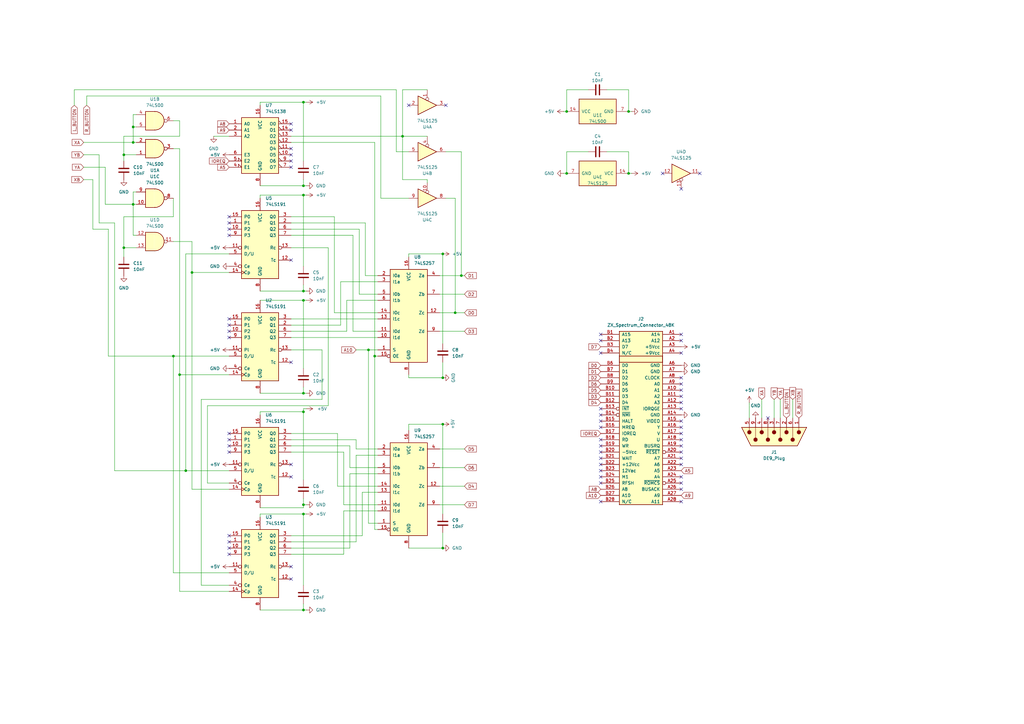
<source format=kicad_sch>
(kicad_sch (version 20231120) (generator "eeschema") (generator_version "8.0")
  (paper "A3")
  (title_block (title "Kempston Mouse Interface") (date "2024-03-07") (rev "V1"))
  (lib_symbols
    (symbol "74xx:74LS00" (pin_names (offset 1.016))
      (property "Reference" "U" (at 0 1.27 0))
      (property "Value" "74LS00" (at 0 -1.27 0))
      (symbol "74LS00_1_1"
        (pin input line (at -7.62 2.54 0) (length 3.81) (name "~") (number "1"))
        (pin input line (at -7.62 -2.54 0) (length 3.81) (name "~") (number "2"))
        (pin output inverted (at 7.62 0 180) (length 3.81) (name "~") (number "3"))
      )
      (symbol "74LS00_1_2"
        (pin input inverted (at -7.62 2.54 0) (length 4.318) (name "~") (number "1"))
        (pin input inverted (at -7.62 -2.54 0) (length 4.318) (name "~") (number "2"))
        (pin output line (at 7.62 0 180) (length 3.81) (name "~") (number "3"))
      )
      (symbol "74LS00_2_1"
        (pin input line (at -7.62 2.54 0) (length 3.81) (name "~") (number "4"))
        (pin input line (at -7.62 -2.54 0) (length 3.81) (name "~") (number "5"))
        (pin output inverted (at 7.62 0 180) (length 3.81) (name "~") (number "6"))
      )
      (symbol "74LS00_2_2"
        (pin input inverted (at -7.62 2.54 0) (length 4.318) (name "~") (number "4"))
        (pin input inverted (at -7.62 -2.54 0) (length 4.318) (name "~") (number "5"))
        (pin output line (at 7.62 0 180) (length 3.81) (name "~") (number "6"))
      )
      (symbol "74LS00_3_1"
        (pin input line (at -7.62 -2.54 0) (length 3.81) (name "~") (number "10"))
        (pin output inverted (at 7.62 0 180) (length 3.81) (name "~") (number "8"))
        (pin input line (at -7.62 2.54 0) (length 3.81) (name "~") (number "9"))
      )
      (symbol "74LS00_3_2"
        (pin input inverted (at -7.62 -2.54 0) (length 4.318) (name "~") (number "10"))
        (pin output line (at 7.62 0 180) (length 3.81) (name "~") (number "8"))
        (pin input inverted (at -7.62 2.54 0) (length 4.318) (name "~") (number "9"))
      )
      (symbol "74LS00_4_1"
        (pin output inverted (at 7.62 0 180) (length 3.81) (name "~") (number "11"))
        (pin input line (at -7.62 2.54 0) (length 3.81) (name "~") (number "12"))
        (pin input line (at -7.62 -2.54 0) (length 3.81) (name "~") (number "13"))
      )
      (symbol "74LS00_4_2"
        (pin output line (at 7.62 0 180) (length 3.81) (name "~") (number "11"))
        (pin input inverted (at -7.62 2.54 0) (length 4.318) (name "~") (number "12"))
        (pin input inverted (at -7.62 -2.54 0) (length 4.318) (name "~") (number "13"))
      )
      (symbol "74LS00_5_0"
        (pin power_in line (at 0 12.7 270) (length 5.08) (name "VCC") (number "14"))
        (pin power_in line (at 0 -12.7 90) (length 5.08) (name "GND") (number "7"))
      )
    )
    (symbol "74xx:74LS125" (pin_names (offset 1.016))
      (property "Reference" "U" (at 0 1.27 0))
      (property "Value" "74LS125" (at 0 -1.27 0))
      (symbol "74LS125_1_0"
        (pin input inverted (at 0 -6.35 90) (length 4.445) (name "~") (number "1"))
        (pin input line (at -7.62 0 0) (length 3.81) (name "~") (number "2"))
        (pin tri_state line (at 7.62 0 180) (length 3.81) (name "~") (number "3"))
      )
      (symbol "74LS125_2_0"
        (pin input inverted (at 0 -6.35 90) (length 4.445) (name "~") (number "4"))
        (pin input line (at -7.62 0 0) (length 3.81) (name "~") (number "5"))
        (pin tri_state line (at 7.62 0 180) (length 3.81) (name "~") (number "6"))
      )
      (symbol "74LS125_3_0"
        (pin input inverted (at 0 -6.35 90) (length 4.445) (name "~") (number "10"))
        (pin tri_state line (at 7.62 0 180) (length 3.81) (name "~") (number "8"))
        (pin input line (at -7.62 0 0) (length 3.81) (name "~") (number "9"))
      )
      (symbol "74LS125_4_0"
        (pin tri_state line (at 7.62 0 180) (length 3.81) (name "~") (number "11"))
        (pin input line (at -7.62 0 0) (length 3.81) (name "~") (number "12"))
        (pin input inverted (at 0 -6.35 90) (length 4.445) (name "~") (number "13"))
      )
      (symbol "74LS125_5_0"
        (pin power_in line (at 0 12.7 270) (length 5.08) (name "VCC") (number "14"))
        (pin power_in line (at 0 -12.7 90) (length 5.08) (name "GND") (number "7"))
      )
    )
    (symbol "74xx:74LS138" (pin_names (offset 1.016))
      (property "Reference" "U" (at -7.62 11.43 0))
      (property "Value" "74LS138" (at -7.62 -13.97 0))
      (symbol "74LS138_1_0"
        (pin input line (at -12.7 7.62 0) (length 5.08) (name "A0") (number "1"))
        (pin output output_low (at 12.7 -5.08 180) (length 5.08) (name "O5") (number "10"))
        (pin output output_low (at 12.7 -2.54 180) (length 5.08) (name "O4") (number "11"))
        (pin output output_low (at 12.7 0 180) (length 5.08) (name "O3") (number "12"))
        (pin output output_low (at 12.7 2.54 180) (length 5.08) (name "O2") (number "13"))
        (pin output output_low (at 12.7 5.08 180) (length 5.08) (name "O1") (number "14"))
        (pin output output_low (at 12.7 7.62 180) (length 5.08) (name "O0") (number "15"))
        (pin power_in line (at 0 15.24 270) (length 5.08) (name "VCC") (number "16"))
        (pin input line (at -12.7 5.08 0) (length 5.08) (name "A1") (number "2"))
        (pin input line (at -12.7 2.54 0) (length 5.08) (name "A2") (number "3"))
        (pin input input_low (at -12.7 -10.16 0) (length 5.08) (name "E1") (number "4"))
        (pin input input_low (at -12.7 -7.62 0) (length 5.08) (name "E2") (number "5"))
        (pin input line (at -12.7 -5.08 0) (length 5.08) (name "E3") (number "6"))
        (pin output output_low (at 12.7 -10.16 180) (length 5.08) (name "O7") (number "7"))
        (pin power_in line (at 0 -17.78 90) (length 5.08) (name "GND") (number "8"))
        (pin output output_low (at 12.7 -7.62 180) (length 5.08) (name "O6") (number "9"))
      )
    )
    (symbol "74xx:74LS191" (pin_names (offset 1.016))
      (property "Reference" "U" (at -7.62 13.97 0))
      (property "Value" "74LS191" (at -7.62 -16.51 0))
      (symbol "74LS191_1_0"
        (pin input line (at -12.7 7.62 0) (length 5.08) (name "P1") (number "1"))
        (pin input line (at -12.7 5.08 0) (length 5.08) (name "P2") (number "10"))
        (pin input inverted (at -12.7 -2.54 0) (length 5.08) (name "Pl") (number "11"))
        (pin output line (at 12.7 -7.62 180) (length 5.08) (name "Tc") (number "12"))
        (pin output inverted (at 12.7 -2.54 180) (length 5.08) (name "Rc") (number "13"))
        (pin input clock (at -12.7 -12.7 0) (length 5.08) (name "Cp") (number "14"))
        (pin input line (at -12.7 10.16 0) (length 5.08) (name "P0") (number "15"))
        (pin power_in line (at 0 17.78 270) (length 5.08) (name "VCC") (number "16"))
        (pin output line (at 12.7 7.62 180) (length 5.08) (name "Q1") (number "2"))
        (pin output line (at 12.7 10.16 180) (length 5.08) (name "Q0") (number "3"))
        (pin input inverted (at -12.7 -10.16 0) (length 5.08) (name "Ce") (number "4"))
        (pin input line (at -12.7 -5.08 0) (length 5.08) (name "D/U") (number "5"))
        (pin output line (at 12.7 5.08 180) (length 5.08) (name "Q2") (number "6"))
        (pin output line (at 12.7 2.54 180) (length 5.08) (name "Q3") (number "7"))
        (pin power_in line (at 0 -20.32 90) (length 5.08) (name "GND") (number "8"))
        (pin input line (at -12.7 2.54 0) (length 5.08) (name "P3") (number "9"))
      )
    )
    (symbol "74xx:74LS257" (pin_names (offset 1.016))
      (property "Reference" "U" (at -7.62 19.05 0))
      (property "Value" "74LS257" (at -7.62 -21.59 0))
      (symbol "74LS257_1_0"
        (pin input line (at -12.7 -15.24 0) (length 5.08) (name "S") (number "1"))
        (pin input line (at -12.7 -10.16 0) (length 5.08) (name "I1d") (number "10"))
        (pin input line (at -12.7 -7.62 0) (length 5.08) (name "I0d") (number "11"))
        (pin tri_state line (at 12.7 0 180) (length 5.08) (name "Zc") (number "12"))
        (pin input line (at -12.7 -2.54 0) (length 5.08) (name "I1c") (number "13"))
        (pin input line (at -12.7 0 0) (length 5.08) (name "I0c") (number "14"))
        (pin input inverted (at -12.7 -17.78 0) (length 5.08) (name "OE") (number "15"))
        (pin power_in line (at 0 22.86 270) (length 5.08) (name "VCC") (number "16"))
        (pin input line (at -12.7 15.24 0) (length 5.08) (name "I0a") (number "2"))
        (pin input line (at -12.7 12.7 0) (length 5.08) (name "I1a") (number "3"))
        (pin tri_state line (at 12.7 15.24 180) (length 5.08) (name "Za") (number "4"))
        (pin input line (at -12.7 7.62 0) (length 5.08) (name "I0b") (number "5"))
        (pin input line (at -12.7 5.08 0) (length 5.08) (name "I1b") (number "6"))
        (pin tri_state line (at 12.7 7.62 180) (length 5.08) (name "Zb") (number "7"))
        (pin power_in line (at 0 -25.4 90) (length 5.08) (name "GND") (number "8"))
        (pin tri_state line (at 12.7 -7.62 180) (length 5.08) (name "Zd") (number "9"))
      )
    )
    (symbol "8bits:ZX_Spectrum_Connector_48K" (pin_names (offset 1.016))
      (property "Reference" "J" (at 1.27 36.83 0))
      (property "Value" "ZX_Spectrum_Connector_48K" (at 1.27 -38.1 0))
      (symbol "ZX_Spectrum_Connector_48K_1_1"
        (pin bidirectional line (at 16.51 34.29 180) (length 7.62) (name "A14") (number "A1"))
        (pin bidirectional line (at 16.51 11.43 180) (length 7.62) (name "A1") (number "A10"))
        (pin bidirectional line (at 16.51 8.89 180) (length 7.62) (name "A2") (number "A11"))
        (pin bidirectional line (at 16.51 6.35 180) (length 7.62) (name "A3") (number "A12"))
        (pin bidirectional line (at 16.51 3.81 180) (length 7.62) (name "IORQGE") (number "A13"))
        (pin bidirectional line (at 16.51 1.27 180) (length 7.62) (name "GND") (number "A14"))
        (pin bidirectional line (at 16.51 -1.27 180) (length 7.62) (name "VIDEO") (number "A15"))
        (pin bidirectional line (at 16.51 -3.81 180) (length 7.62) (name "Y") (number "A16"))
        (pin bidirectional line (at 16.51 -6.35 180) (length 7.62) (name "V") (number "A17"))
        (pin bidirectional line (at 16.51 -8.89 180) (length 7.62) (name "U") (number "A18"))
        (pin bidirectional line (at 16.51 -11.43 180) (length 7.62) (name "BUSRQ") (number "A19"))
        (pin bidirectional line (at 16.51 31.75 180) (length 7.62) (name "A12") (number "A2"))
        (pin bidirectional inverted (at 16.51 -13.97 180) (length 7.62) (name "~{RESET}") (number "A20"))
        (pin bidirectional line (at 16.51 -16.51 180) (length 7.62) (name "A7") (number "A21"))
        (pin bidirectional line (at 16.51 -19.05 180) (length 7.62) (name "A6") (number "A22"))
        (pin bidirectional line (at 16.51 -21.59 180) (length 7.62) (name "A5") (number "A23"))
        (pin bidirectional line (at 16.51 -24.13 180) (length 7.62) (name "A4") (number "A24"))
        (pin bidirectional inverted (at 16.51 -26.67 180) (length 7.62) (name "~{ROMCS}") (number "A25"))
        (pin bidirectional line (at 16.51 -29.21 180) (length 7.62) (name "BUSACK") (number "A26"))
        (pin bidirectional line (at 16.51 -31.75 180) (length 7.62) (name "A9") (number "A27"))
        (pin bidirectional line (at 16.51 -34.29 180) (length 7.62) (name "A11") (number "A28"))
        (pin bidirectional line (at 16.51 29.21 180) (length 7.62) (name "+5Vcc") (number "A3"))
        (pin bidirectional line (at 16.51 26.67 180) (length 7.62) (name "+9Vcc") (number "A4"))
        (pin bidirectional line (at 16.51 21.59 180) (length 7.62) (name "GND") (number "A6"))
        (pin bidirectional line (at 16.51 19.05 180) (length 7.62) (name "GND") (number "A7"))
        (pin bidirectional line (at 16.51 16.51 180) (length 7.62) (name "CLOCK") (number "A8"))
        (pin bidirectional line (at 16.51 13.97 180) (length 7.62) (name "A0") (number "A9"))
        (pin bidirectional line (at -16.51 34.29 0) (length 7.62) (name "A15") (number "B1"))
        (pin bidirectional line (at -16.51 11.43 0) (length 7.62) (name "D5") (number "B10"))
        (pin bidirectional line (at -16.51 8.89 0) (length 7.62) (name "D3") (number "B11"))
        (pin bidirectional line (at -16.51 6.35 0) (length 7.62) (name "D4") (number "B12"))
        (pin bidirectional inverted (at -16.51 3.81 0) (length 7.62) (name "~{INT}") (number "B13"))
        (pin bidirectional inverted (at -16.51 1.27 0) (length 7.62) (name "~{NMI}") (number "B14"))
        (pin bidirectional line (at -16.51 -1.27 0) (length 7.62) (name "HALT") (number "B15"))
        (pin bidirectional line (at -16.51 -3.81 0) (length 7.62) (name "MREQ") (number "B16"))
        (pin bidirectional line (at -16.51 -6.35 0) (length 7.62) (name "IOREQ") (number "B17"))
        (pin bidirectional line (at -16.51 -8.89 0) (length 7.62) (name "RD") (number "B18"))
        (pin bidirectional line (at -16.51 -11.43 0) (length 7.62) (name "WR") (number "B19"))
        (pin bidirectional line (at -16.51 31.75 0) (length 7.62) (name "A13") (number "B2"))
        (pin bidirectional line (at -16.51 -13.97 0) (length 7.62) (name "-5Vcc") (number "B20"))
        (pin bidirectional line (at -16.51 -16.51 0) (length 7.62) (name "WAIT") (number "B21"))
        (pin bidirectional line (at -16.51 -19.05 0) (length 7.62) (name "+12Vcc") (number "B22"))
        (pin bidirectional line (at -16.51 -21.59 0) (length 7.62) (name "12Vac") (number "B23"))
        (pin bidirectional line (at -16.51 -24.13 0) (length 7.62) (name "M1") (number "B24"))
        (pin bidirectional line (at -16.51 -26.67 0) (length 7.62) (name "RFSH") (number "B25"))
        (pin bidirectional line (at -16.51 -29.21 0) (length 7.62) (name "A8") (number "B26"))
        (pin bidirectional line (at -16.51 -31.75 0) (length 7.62) (name "A10") (number "B27"))
        (pin unspecified line (at -16.51 -34.29 0) (length 7.62) (name "N/C") (number "B28"))
        (pin bidirectional line (at -16.51 29.21 0) (length 7.62) (name "D7") (number "B3"))
        (pin unspecified line (at -16.51 26.67 0) (length 7.62) (name "N/C") (number "B4"))
        (pin bidirectional line (at -16.51 21.59 0) (length 7.62) (name "D0") (number "B6"))
        (pin bidirectional line (at -16.51 19.05 0) (length 7.62) (name "D1") (number "B7"))
        (pin bidirectional line (at -16.51 16.51 0) (length 7.62) (name "D2") (number "B8"))
        (pin bidirectional line (at -16.51 13.97 0) (length 7.62) (name "D6") (number "B9"))
      )
    )
    (symbol "Connector:DE9_Plug" (pin_names (offset 1.016) hide)
      (property "Reference" "J" (at 0 13.97 0))
      (property "Value" "DE9_Plug" (at 0 -14.605 0))
      (symbol "DE9_Plug_1_1"
        (pin passive line (at -7.62 -10.16 0) (length 3.81) (name "1") (number "1"))
        (pin passive line (at -7.62 -5.08 0) (length 3.81) (name "2") (number "2"))
        (pin passive line (at -7.62 0 0) (length 3.81) (name "3") (number "3"))
        (pin passive line (at -7.62 5.08 0) (length 3.81) (name "4") (number "4"))
        (pin passive line (at -7.62 10.16 0) (length 3.81) (name "5") (number "5"))
        (pin passive line (at -7.62 -7.62 0) (length 3.81) (name "6") (number "6"))
        (pin passive line (at -7.62 -2.54 0) (length 3.81) (name "7") (number "7"))
        (pin passive line (at -7.62 2.54 0) (length 3.81) (name "8") (number "8"))
        (pin passive line (at -7.62 7.62 0) (length 3.81) (name "9") (number "9"))
      )
    )
    (symbol "Device:C" (pin_numbers hide) (pin_names (offset 0.254))
      (property "Reference" "C" (at 0.635 2.54 0))
      (property "Value" "C" (at 0.635 -2.54 0))
      (symbol "C_1_1"
        (pin passive line (at 0 3.81 270) (length 2.794) (name "~") (number "1"))
        (pin passive line (at 0 -3.81 90) (length 2.794) (name "~") (number "2"))
      )
    )
    (symbol "power:+5V" (power) (pin_numbers hide) (pin_names (offset 0) hide)
      (property "Value" "+5V" (at 0 3.556 0))
      (symbol "+5V_1_1"
        (pin power_in line (at 0 0 90) (length 0) (name "~") (number "1"))
      )
    )
    (symbol "power:GND" (power) (pin_numbers hide) (pin_names (offset 0) hide)
      (property "Value" "GND" (at 0 -3.81 0))
      (symbol "GND_1_1"
        (pin power_in line (at 0 0 270) (length 0) (name "~") (number "1"))
      )
    )
  )
  (junction (at 232.41 71.12))
  (junction (at 54.61 83.82))
  (junction (at 124.46 250.19))
  (junction (at 181.61 173.99))
  (junction (at 232.41 45.72))
  (junction (at 50.8 63.5))
  (junction (at 124.46 119.38))
  (junction (at 124.46 207.01))
  (junction (at 257.81 45.72))
  (junction (at 124.46 80.01))
  (junction (at 73.66 153.67))
  (junction (at 181.61 224.79))
  (junction (at 76.2 193.04))
  (junction (at 50.8 101.6))
  (junction (at 151.13 143.51))
  (junction (at 181.61 154.94))
  (junction (at 54.61 58.42))
  (junction (at 124.46 168.91))
  (junction (at 186.69 128.27))
  (junction (at 124.46 76.2))
  (junction (at 165.1 55.88))
  (junction (at 153.67 146.05))
  (junction (at 181.61 104.14))
  (junction (at 257.81 71.12))
  (junction (at 78.74 111.76))
  (junction (at 54.61 52.07))
  (junction (at 71.12 146.05))
  (junction (at 124.46 161.29))
  (junction (at 124.46 41.91))
  (junction (at 124.46 210.82))
  (junction (at 189.23 113.03))
  (junction (at 124.46 123.19))
  (no_connect (at 119.38 60.96))
  (no_connect (at 93.98 96.52))
  (no_connect (at 93.98 133.35))
  (no_connect (at 93.98 91.44))
  (no_connect (at 279.4 177.8))
  (no_connect (at 246.38 170.18))
  (no_connect (at 119.38 106.68))
  (no_connect (at 279.4 190.5))
  (no_connect (at 279.4 205.74))
  (no_connect (at 93.98 224.79))
  (no_connect (at 119.38 190.5))
  (no_connect (at 279.4 167.64))
  (no_connect (at 279.4 154.94))
  (no_connect (at 246.38 190.5))
  (no_connect (at 119.38 50.8))
  (no_connect (at 93.98 185.42))
  (no_connect (at 246.38 139.7))
  (no_connect (at 119.38 195.58))
  (no_connect (at 279.4 139.7))
  (no_connect (at 93.98 130.81))
  (no_connect (at 182.88 43.18))
  (no_connect (at 279.4 172.72))
  (no_connect (at 119.38 237.49))
  (no_connect (at 314.96 171.45))
  (no_connect (at 93.98 135.89))
  (no_connect (at 246.38 205.74))
  (no_connect (at 93.98 180.34))
  (no_connect (at 287.02 71.12))
  (no_connect (at 246.38 172.72))
  (no_connect (at 93.98 88.9))
  (no_connect (at 246.38 144.78))
  (no_connect (at 246.38 182.88))
  (no_connect (at 246.38 175.26))
  (no_connect (at 119.38 148.59))
  (no_connect (at 279.4 137.16))
  (no_connect (at 93.98 177.8))
  (no_connect (at 279.4 180.34))
  (no_connect (at 279.4 157.48))
  (no_connect (at 93.98 219.71))
  (no_connect (at 93.98 138.43))
  (no_connect (at 246.38 198.12))
  (no_connect (at 279.4 195.58))
  (no_connect (at 93.98 93.98))
  (no_connect (at 279.4 175.26))
  (no_connect (at 279.4 187.96))
  (no_connect (at 246.38 193.04))
  (no_connect (at 279.4 182.88))
  (no_connect (at 279.4 162.56))
  (no_connect (at 119.38 63.5))
  (no_connect (at 167.64 43.18))
  (no_connect (at 279.4 185.42))
  (no_connect (at 246.38 185.42))
  (no_connect (at 119.38 68.58))
  (no_connect (at 246.38 137.16))
  (no_connect (at 246.38 167.64))
  (no_connect (at 246.38 195.58))
  (no_connect (at 279.4 77.47))
  (no_connect (at 119.38 53.34))
  (no_connect (at 271.78 71.12))
  (no_connect (at 279.4 200.66))
  (no_connect (at 246.38 180.34))
  (no_connect (at 279.4 144.78))
  (no_connect (at 93.98 227.33))
  (no_connect (at 93.98 222.25))
  (no_connect (at 119.38 232.41))
  (no_connect (at 279.4 160.02))
  (no_connect (at 246.38 187.96))
  (no_connect (at 279.4 165.1))
  (no_connect (at 93.98 182.88))
  (no_connect (at 119.38 66.04))
  (no_connect (at 279.4 198.12))
  (wire (pts (xy 257.81 62.23) (xy 257.81 71.12)))
  (wire (pts (xy 30.48 36.83) (xy 162.56 36.83)))
  (wire (pts (xy 78.74 111.76) (xy 78.74 200.66)))
  (wire (pts (xy 54.61 78.74) (xy 54.61 83.82)))
  (wire (pts (xy 124.46 158.75) (xy 124.46 161.29)))
  (wire (pts (xy 167.64 173.99) (xy 167.64 176.53)))
  (wire (pts (xy 124.46 41.91) (xy 125.73 41.91)))
  (wire (pts (xy 180.34 199.39) (xy 190.5 199.39)))
  (wire (pts (xy 189.23 113.03) (xy 190.5 113.03)))
  (wire (pts (xy 149.86 91.44) (xy 149.86 113.03)))
  (wire (pts (xy 38.1 73.66) (xy 34.29 73.66)))
  (wire (pts (xy 144.78 96.52) (xy 144.78 135.89)))
  (wire (pts (xy 181.61 104.14) (xy 181.61 140.97)))
  (wire (pts (xy 153.67 58.42) (xy 153.67 146.05)))
  (wire (pts (xy 165.1 73.66) (xy 175.26 73.66)))
  (wire (pts (xy 165.1 55.88) (xy 165.1 73.66)))
  (wire (pts (xy 181.61 173.99) (xy 167.64 173.99)))
  (wire (pts (xy 167.64 154.94) (xy 167.64 153.67)))
  (wire (pts (xy 153.67 146.05) (xy 153.67 217.17)))
  (wire (pts (xy 34.29 58.42) (xy 54.61 58.42)))
  (wire (pts (xy 54.61 83.82) (xy 54.61 96.52)))
  (wire (pts (xy 165.1 55.88) (xy 175.26 55.88)))
  (wire (pts (xy 181.61 148.59) (xy 181.61 154.94)))
  (wire (pts (xy 106.68 119.38) (xy 124.46 119.38)))
  (wire (pts (xy 124.46 76.2) (xy 125.73 76.2)))
  (wire (pts (xy 125.73 161.29) (xy 124.46 161.29)))
  (wire (pts (xy 50.8 55.88) (xy 73.66 55.88)))
  (wire (pts (xy 119.38 185.42) (xy 140.97 185.42)))
  (wire (pts (xy 134.62 101.6) (xy 134.62 166.37)))
  (wire (pts (xy 144.78 135.89) (xy 154.94 135.89)))
  (wire (pts (xy 259.08 45.72) (xy 257.81 45.72)))
  (wire (pts (xy 40.64 63.5) (xy 40.64 91.44)))
  (wire (pts (xy 40.64 91.44) (xy 46.99 91.44)))
  (wire (pts (xy 119.38 135.89) (xy 142.24 135.89)))
  (wire (pts (xy 119.38 133.35) (xy 139.7 133.35)))
  (wire (pts (xy 241.3 36.83) (xy 232.41 36.83)))
  (wire (pts (xy 85.09 198.12) (xy 93.98 198.12)))
  (wire (pts (xy 54.61 46.99) (xy 55.88 46.99)))
  (wire (pts (xy 71.12 81.28) (xy 71.12 88.9)))
  (wire (pts (xy 54.61 52.07) (xy 55.88 52.07)))
  (wire (pts (xy 93.98 104.14) (xy 76.2 104.14)))
  (wire (pts (xy 312.42 163.83) (xy 312.42 171.45)))
  (wire (pts (xy 167.64 104.14) (xy 167.64 105.41)))
  (wire (pts (xy 241.3 62.23) (xy 232.41 62.23)))
  (wire (pts (xy 106.68 210.82) (xy 106.68 212.09)))
  (wire (pts (xy 124.46 250.19) (xy 125.73 250.19)))
  (wire (pts (xy 71.12 99.06) (xy 78.74 99.06)))
  (wire (pts (xy 307.34 165.1) (xy 307.34 171.45)))
  (wire (pts (xy 181.61 173.99) (xy 181.61 210.82)))
  (wire (pts (xy 106.68 250.19) (xy 124.46 250.19)))
  (wire (pts (xy 124.46 210.82) (xy 124.46 240.03)))
  (wire (pts (xy 124.46 123.19) (xy 125.73 123.19)))
  (wire (pts (xy 125.73 207.01) (xy 124.46 207.01)))
  (wire (pts (xy 46.99 193.04) (xy 76.2 193.04)))
  (wire (pts (xy 151.13 143.51) (xy 154.94 143.51)))
  (wire (pts (xy 259.08 71.12) (xy 257.81 71.12)))
  (wire (pts (xy 143.51 194.31) (xy 154.94 194.31)))
  (wire (pts (xy 143.51 182.88) (xy 143.51 191.77)))
  (wire (pts (xy 119.38 143.51) (xy 132.08 143.51)))
  (wire (pts (xy 140.97 227.33) (xy 140.97 209.55)))
  (wire (pts (xy 186.69 81.28) (xy 186.69 128.27)))
  (wire (pts (xy 147.32 93.98) (xy 147.32 120.65)))
  (wire (pts (xy 317.5 163.83) (xy 317.5 171.45)))
  (wire (pts (xy 54.61 58.42) (xy 55.88 58.42)))
  (wire (pts (xy 73.66 49.53) (xy 71.12 49.53)))
  (wire (pts (xy 143.51 191.77) (xy 154.94 191.77)))
  (wire (pts (xy 232.41 36.83) (xy 232.41 45.72)))
  (wire (pts (xy 124.46 123.19) (xy 124.46 151.13)))
  (wire (pts (xy 82.55 163.83) (xy 82.55 240.03)))
  (wire (pts (xy 325.12 163.83) (xy 325.12 171.45)))
  (wire (pts (xy 124.46 168.91) (xy 124.46 196.85)))
  (wire (pts (xy 181.61 218.44) (xy 181.61 224.79)))
  (wire (pts (xy 73.66 153.67) (xy 93.98 153.67)))
  (wire (pts (xy 124.46 247.65) (xy 124.46 250.19)))
  (wire (pts (xy 106.68 123.19) (xy 124.46 123.19)))
  (wire (pts (xy 162.56 62.23) (xy 162.56 36.83)))
  (wire (pts (xy 140.97 185.42) (xy 140.97 207.01)))
  (wire (pts (xy 44.45 93.98) (xy 44.45 146.05)))
  (wire (pts (xy 50.8 88.9) (xy 50.8 101.6)))
  (wire (pts (xy 124.46 208.28) (xy 106.68 208.28)))
  (wire (pts (xy 146.05 222.25) (xy 146.05 186.69)))
  (wire (pts (xy 106.68 210.82) (xy 124.46 210.82)))
  (wire (pts (xy 180.34 120.65) (xy 190.5 120.65)))
  (wire (pts (xy 138.43 177.8) (xy 138.43 199.39)))
  (wire (pts (xy 180.34 207.01) (xy 190.5 207.01)))
  (wire (pts (xy 54.61 58.42) (xy 54.61 52.07)))
  (wire (pts (xy 119.38 96.52) (xy 144.78 96.52)))
  (wire (pts (xy 73.66 60.96) (xy 73.66 153.67)))
  (wire (pts (xy 35.56 39.37) (xy 156.21 39.37)))
  (wire (pts (xy 154.94 115.57) (xy 139.7 115.57)))
  (wire (pts (xy 106.68 76.2) (xy 124.46 76.2)))
  (wire (pts (xy 34.29 68.58) (xy 43.18 68.58)))
  (wire (pts (xy 186.69 128.27) (xy 190.5 128.27)))
  (wire (pts (xy 124.46 167.64) (xy 125.73 167.64)))
  (wire (pts (xy 119.38 55.88) (xy 165.1 55.88)))
  (wire (pts (xy 119.38 224.79) (xy 143.51 224.79)))
  (wire (pts (xy 124.46 80.01) (xy 124.46 109.22)))
  (wire (pts (xy 180.34 184.15) (xy 190.5 184.15)))
  (wire (pts (xy 119.38 177.8) (xy 138.43 177.8)))
  (wire (pts (xy 106.68 80.01) (xy 124.46 80.01)))
  (wire (pts (xy 181.61 104.14) (xy 167.64 104.14)))
  (wire (pts (xy 106.68 168.91) (xy 106.68 170.18)))
  (wire (pts (xy 124.46 208.28) (xy 124.46 207.01)))
  (wire (pts (xy 146.05 184.15) (xy 154.94 184.15)))
  (wire (pts (xy 43.18 83.82) (xy 43.18 68.58)))
  (wire (pts (xy 132.08 163.83) (xy 82.55 163.83)))
  (wire (pts (xy 167.64 62.23) (xy 162.56 62.23)))
  (wire (pts (xy 106.68 161.29) (xy 124.46 161.29)))
  (wire (pts (xy 148.59 201.93) (xy 154.94 201.93)))
  (wire (pts (xy 132.08 143.51) (xy 132.08 163.83)))
  (wire (pts (xy 50.8 66.04) (xy 50.8 63.5)))
  (wire (pts (xy 180.34 113.03) (xy 189.23 113.03)))
  (wire (pts (xy 320.04 163.83) (xy 320.04 171.45)))
  (wire (pts (xy 119.38 219.71) (xy 148.59 219.71)))
  (wire (pts (xy 106.68 168.91) (xy 124.46 168.91)))
  (wire (pts (xy 119.38 88.9) (xy 137.16 88.9)))
  (wire (pts (xy 142.24 123.19) (xy 154.94 123.19)))
  (wire (pts (xy 182.88 81.28) (xy 186.69 81.28)))
  (wire (pts (xy 30.48 43.18) (xy 30.48 36.83)))
  (wire (pts (xy 106.68 41.91) (xy 106.68 43.18)))
  (wire (pts (xy 180.34 135.89) (xy 190.5 135.89)))
  (wire (pts (xy 119.38 91.44) (xy 149.86 91.44)))
  (wire (pts (xy 232.41 62.23) (xy 232.41 71.12)))
  (wire (pts (xy 154.94 217.17) (xy 153.67 217.17)))
  (wire (pts (xy 153.67 146.05) (xy 154.94 146.05)))
  (wire (pts (xy 124.46 210.82) (xy 125.73 210.82)))
  (wire (pts (xy 165.1 36.83) (xy 165.1 55.88)))
  (wire (pts (xy 50.8 101.6) (xy 55.88 101.6)))
  (wire (pts (xy 182.88 62.23) (xy 189.23 62.23)))
  (wire (pts (xy 248.92 36.83) (xy 257.81 36.83)))
  (wire (pts (xy 73.66 60.96) (xy 71.12 60.96)))
  (wire (pts (xy 175.26 36.83) (xy 165.1 36.83)))
  (wire (pts (xy 76.2 104.14) (xy 76.2 193.04)))
  (wire (pts (xy 140.97 209.55) (xy 154.94 209.55)))
  (wire (pts (xy 119.38 138.43) (xy 154.94 138.43)))
  (wire (pts (xy 119.38 93.98) (xy 147.32 93.98)))
  (wire (pts (xy 85.09 166.37) (xy 85.09 198.12)))
  (wire (pts (xy 124.46 73.66) (xy 124.46 76.2)))
  (wire (pts (xy 44.45 146.05) (xy 71.12 146.05)))
  (wire (pts (xy 142.24 135.89) (xy 142.24 123.19)))
  (wire (pts (xy 147.32 120.65) (xy 154.94 120.65)))
  (wire (pts (xy 119.38 58.42) (xy 153.67 58.42)))
  (wire (pts (xy 54.61 96.52) (xy 55.88 96.52)))
  (wire (pts (xy 55.88 78.74) (xy 54.61 78.74)))
  (wire (pts (xy 50.8 63.5) (xy 50.8 55.88)))
  (wire (pts (xy 38.1 73.66) (xy 38.1 93.98)))
  (wire (pts (xy 231.14 71.12) (xy 232.41 71.12)))
  (wire (pts (xy 78.74 111.76) (xy 93.98 111.76)))
  (wire (pts (xy 34.29 63.5) (xy 40.64 63.5)))
  (wire (pts (xy 154.94 214.63) (xy 151.13 214.63)))
  (wire (pts (xy 46.99 91.44) (xy 46.99 193.04)))
  (wire (pts (xy 50.8 101.6) (xy 50.8 105.41)))
  (wire (pts (xy 180.34 128.27) (xy 186.69 128.27)))
  (wire (pts (xy 156.21 81.28) (xy 167.64 81.28)))
  (wire (pts (xy 54.61 52.07) (xy 54.61 46.99)))
  (wire (pts (xy 137.16 88.9) (xy 137.16 128.27)))
  (wire (pts (xy 82.55 240.03) (xy 93.98 240.03)))
  (wire (pts (xy 71.12 146.05) (xy 71.12 234.95)))
  (wire (pts (xy 119.38 227.33) (xy 140.97 227.33)))
  (wire (pts (xy 43.18 83.82) (xy 54.61 83.82)))
  (wire (pts (xy 124.46 168.91) (xy 124.46 167.64)))
  (wire (pts (xy 38.1 93.98) (xy 44.45 93.98)))
  (wire (pts (xy 134.62 166.37) (xy 85.09 166.37)))
  (wire (pts (xy 119.38 222.25) (xy 146.05 222.25)))
  (wire (pts (xy 119.38 130.81) (xy 154.94 130.81)))
  (wire (pts (xy 119.38 182.88) (xy 143.51 182.88)))
  (wire (pts (xy 125.73 119.38) (xy 124.46 119.38)))
  (wire (pts (xy 146.05 143.51) (xy 151.13 143.51)))
  (wire (pts (xy 156.21 39.37) (xy 156.21 81.28)))
  (wire (pts (xy 35.56 43.18) (xy 35.56 39.37)))
  (wire (pts (xy 106.68 80.01) (xy 106.68 81.28)))
  (wire (pts (xy 140.97 207.01) (xy 154.94 207.01)))
  (wire (pts (xy 73.66 55.88) (xy 73.66 49.53)))
  (wire (pts (xy 180.34 191.77) (xy 190.5 191.77)))
  (wire (pts (xy 106.68 41.91) (xy 124.46 41.91)))
  (wire (pts (xy 189.23 62.23) (xy 189.23 113.03)))
  (wire (pts (xy 54.61 83.82) (xy 55.88 83.82)))
  (wire (pts (xy 124.46 204.47) (xy 124.46 207.01)))
  (wire (pts (xy 71.12 146.05) (xy 93.98 146.05)))
  (wire (pts (xy 119.38 101.6) (xy 134.62 101.6)))
  (wire (pts (xy 93.98 242.57) (xy 73.66 242.57)))
  (wire (pts (xy 93.98 234.95) (xy 71.12 234.95)))
  (wire (pts (xy 151.13 214.63) (xy 151.13 143.51)))
  (wire (pts (xy 78.74 99.06) (xy 78.74 111.76)))
  (wire (pts (xy 50.8 63.5) (xy 55.88 63.5)))
  (wire (pts (xy 87.63 55.88) (xy 93.98 55.88)))
  (wire (pts (xy 124.46 116.84) (xy 124.46 119.38)))
  (wire (pts (xy 125.73 80.01) (xy 124.46 80.01)))
  (wire (pts (xy 248.92 62.23) (xy 257.81 62.23)))
  (wire (pts (xy 181.61 154.94) (xy 167.64 154.94)))
  (wire (pts (xy 71.12 88.9) (xy 50.8 88.9)))
  (wire (pts (xy 167.64 224.79) (xy 181.61 224.79)))
  (wire (pts (xy 137.16 128.27) (xy 154.94 128.27)))
  (wire (pts (xy 73.66 153.67) (xy 73.66 242.57)))
  (wire (pts (xy 148.59 219.71) (xy 148.59 201.93)))
  (wire (pts (xy 138.43 199.39) (xy 154.94 199.39)))
  (wire (pts (xy 149.86 113.03) (xy 154.94 113.03)))
  (wire (pts (xy 146.05 186.69) (xy 154.94 186.69)))
  (wire (pts (xy 93.98 200.66) (xy 78.74 200.66)))
  (wire (pts (xy 231.14 45.72) (xy 232.41 45.72)))
  (wire (pts (xy 146.05 184.15) (xy 146.05 180.34)))
  (wire (pts (xy 175.26 73.66) (xy 175.26 74.93)))
  (wire (pts (xy 146.05 180.34) (xy 119.38 180.34)))
  (wire (pts (xy 76.2 193.04) (xy 93.98 193.04)))
  (wire (pts (xy 143.51 224.79) (xy 143.51 194.31)))
  (wire (pts (xy 257.81 36.83) (xy 257.81 45.72)))
  (wire (pts (xy 124.46 41.91) (xy 124.46 66.04)))
  (wire (pts (xy 139.7 115.57) (xy 139.7 133.35)))
  (global_label "D2" (shape input) (at 246.38 154.94 180) (property "Intersheetrefs" "${INTERSHEET_REFS}" (effects (hide yes))))
  (global_label "A8" (shape input) (at 93.98 50.8 180) (property "Intersheetrefs" "${INTERSHEET_REFS}" (effects (hide yes))))
  (global_label "D7" (shape input) (at 190.5 207.01 0) (property "Intersheetrefs" "${INTERSHEET_REFS}" (effects (hide yes))))
  (global_label "A8" (shape input) (at 246.38 200.66 180) (property "Intersheetrefs" "${INTERSHEET_REFS}" (effects (hide yes))))
  (global_label "L_BUTTON" (shape input) (at 30.48 43.18 270) (property "Intersheetrefs" "${INTERSHEET_REFS}" (effects (hide yes))))
  (global_label "A10" (shape input) (at 246.38 203.2 180) (property "Intersheetrefs" "${INTERSHEET_REFS}" (effects (hide yes))))
  (global_label "IOREQ" (shape input) (at 93.98 66.04 180) (property "Intersheetrefs" "${INTERSHEET_REFS}" (effects (hide yes))))
  (global_label "IOREQ" (shape input) (at 246.38 177.8 180) (property "Intersheetrefs" "${INTERSHEET_REFS}" (effects (hide yes))))
  (global_label "D3" (shape input) (at 190.5 135.89 0) (property "Intersheetrefs" "${INTERSHEET_REFS}" (effects (hide yes))))
  (global_label "L_BUTTON" (shape input) (at 322.58 171.45 90) (property "Intersheetrefs" "${INTERSHEET_REFS}" (effects (hide yes))))
  (global_label "A10" (shape input) (at 146.05 143.51 180) (property "Intersheetrefs" "${INTERSHEET_REFS}" (effects (hide yes))))
  (global_label "D1" (shape input) (at 246.38 152.4 180) (property "Intersheetrefs" "${INTERSHEET_REFS}" (effects (hide yes))))
  (global_label "D4" (shape input) (at 190.5 199.39 0) (property "Intersheetrefs" "${INTERSHEET_REFS}" (effects (hide yes))))
  (global_label "A5" (shape input) (at 279.4 193.04 0) (property "Intersheetrefs" "${INTERSHEET_REFS}" (effects (hide yes))))
  (global_label "D2" (shape input) (at 190.5 120.65 0) (property "Intersheetrefs" "${INTERSHEET_REFS}" (effects (hide yes))))
  (global_label "YA" (shape input) (at 34.29 68.58 180) (property "Intersheetrefs" "${INTERSHEET_REFS}" (effects (hide yes))))
  (global_label "XB" (shape input) (at 325.12 163.83 90) (property "Intersheetrefs" "${INTERSHEET_REFS}" (effects (hide yes))))
  (global_label "A9" (shape input) (at 93.98 53.34 180) (property "Intersheetrefs" "${INTERSHEET_REFS}" (effects (hide yes))))
  (global_label "D6" (shape input) (at 246.38 157.48 180) (property "Intersheetrefs" "${INTERSHEET_REFS}" (effects (hide yes))))
  (global_label "XB" (shape input) (at 34.29 73.66 180) (property "Intersheetrefs" "${INTERSHEET_REFS}" (effects (hide yes))))
  (global_label "R_BUTTON" (shape input) (at 327.66 171.45 90) (property "Intersheetrefs" "${INTERSHEET_REFS}" (effects (hide yes))))
  (global_label "D3" (shape input) (at 246.38 162.56 180) (property "Intersheetrefs" "${INTERSHEET_REFS}" (effects (hide yes))))
  (global_label "YA" (shape input) (at 320.04 163.83 90) (property "Intersheetrefs" "${INTERSHEET_REFS}" (effects (hide yes))))
  (global_label "A5" (shape input) (at 93.98 68.58 180) (property "Intersheetrefs" "${INTERSHEET_REFS}" (effects (hide yes))))
  (global_label "R_BUTTON" (shape input) (at 35.56 43.18 270) (property "Intersheetrefs" "${INTERSHEET_REFS}" (effects (hide yes))))
  (global_label "XA" (shape input) (at 312.42 163.83 90) (property "Intersheetrefs" "${INTERSHEET_REFS}" (effects (hide yes))))
  (global_label "D5" (shape input) (at 246.38 160.02 180) (property "Intersheetrefs" "${INTERSHEET_REFS}" (effects (hide yes))))
  (global_label "D5" (shape input) (at 190.5 184.15 0) (property "Intersheetrefs" "${INTERSHEET_REFS}" (effects (hide yes))))
  (global_label "D1" (shape input) (at 190.5 113.03 0) (property "Intersheetrefs" "${INTERSHEET_REFS}" (effects (hide yes))))
  (global_label "D6" (shape input) (at 190.5 191.77 0) (property "Intersheetrefs" "${INTERSHEET_REFS}" (effects (hide yes))))
  (global_label "YB" (shape input) (at 317.5 163.83 90) (property "Intersheetrefs" "${INTERSHEET_REFS}" (effects (hide yes))))
  (global_label "D4" (shape input) (at 246.38 165.1 180) (property "Intersheetrefs" "${INTERSHEET_REFS}" (effects (hide yes))))
  (global_label "D7" (shape input) (at 246.38 142.24 180) (property "Intersheetrefs" "${INTERSHEET_REFS}" (effects (hide yes))))
  (global_label "A9" (shape input) (at 279.4 203.2 0) (property "Intersheetrefs" "${INTERSHEET_REFS}" (effects (hide yes))))
  (global_label "D0" (shape input) (at 246.38 149.86 180) (property "Intersheetrefs" "${INTERSHEET_REFS}" (effects (hide yes))))
  (global_label "YB" (shape input) (at 34.29 63.5 180) (property "Intersheetrefs" "${INTERSHEET_REFS}" (effects (hide yes))))
  (global_label "D0" (shape input) (at 190.5 128.27 0) (property "Intersheetrefs" "${INTERSHEET_REFS}" (effects (hide yes))))
  (global_label "XA" (shape input) (at 34.29 58.42 180) (property "Intersheetrefs" "${INTERSHEET_REFS}" (effects (hide yes))))
  (symbol (lib_id "power:GND") (at 181.61 224.79 90) (unit 1)
    (property "Reference" "#PWR011" (effects (hide yes)))
    (property "Value" "GND" (at 185.42 224.7899 90) (effects (justify right)))
    (property "Description" "Power symbol creates a global label with name \"GND\" , ground" (effects (hide yes)))
  )
  (symbol (lib_id "power:+5V") (at 125.73 41.91 270) (unit 1)
    (property "Reference" "#PWR016" (effects (hide yes)))
    (property "Value" "+5V" (at 129.54 41.9099 90) (effects (justify left)))
    (property "Description" "Power symbol creates a global label with name \"+5V\"" (effects (hide yes)))
  )
  (symbol (lib_id "power:+5V") (at 93.98 232.41 90) (unit 1)
    (property "Reference" "#PWR024" (effects (hide yes)))
    (property "Value" "+5V" (at 90.17 232.4099 90) (effects (justify left)))
    (property "Description" "Power symbol creates a global label with name \"+5V\"" (effects (hide yes)))
  )
  (symbol (lib_id "74xx:74LS00") (at 63.5 60.96 0) (mirror x) (unit 1)
    (property "Reference" "U1" (at 63.4917 69.85 0))
    (property "Value" "74LS00" (at 63.4917 67.31 0))
    (property "Footprint" "Package_DIP:DIP-14_W7.62mm" (effects (hide yes)))
    (property "Datasheet" "http://www.ti.com/lit/gpn/sn74ls00" (effects (hide yes)))
    (property "Description" "quad 2-input NAND gate" (effects (hide yes)))
  )
  (symbol (lib_id "8bits:ZX_Spectrum_Connector_48K") (at 262.89 171.45 0) (unit 1)
    (property "Reference" "J2" (at 262.89 130.81 0))
    (property "Value" "ZX_Spectrum_Connector_48K" (at 262.89 133.35 0))
    (property "Footprint" "8bits:ZX_EDGE" (effects (hide yes)))
  )
  (symbol (lib_id "74xx:74LS00") (at 63.5 99.06 0) (unit 4)
    (property "Reference" "U1" (at 63.4917 90.17 0))
    (property "Value" "74LS00" (at 63.4917 92.71 0))
    (property "Footprint" "Package_DIP:DIP-14_W7.62mm" (effects (hide yes)))
    (property "Datasheet" "http://www.ti.com/lit/gpn/sn74ls00" (effects (hide yes)))
    (property "Description" "quad 2-input NAND gate" (effects (hide yes)))
  )
  (symbol (lib_id "power:+5V") (at 259.08 71.12 270) (unit 1)
    (property "Reference" "#PWR025" (effects (hide yes)))
    (property "Value" "+5V" (at 262.89 71.1199 90) (effects (justify left)))
    (property "Description" "Power symbol creates a global label with name \"+5V\"" (effects (hide yes)))
  )
  (symbol (lib_id "74xx:74LS00") (at 63.5 81.28 0) (unit 3)
    (property "Reference" "U1" (at 63.4917 72.39 0))
    (property "Value" "74LS00" (at 63.4917 74.93 0))
    (property "Footprint" "Package_DIP:DIP-14_W7.62mm" (effects (hide yes)))
    (property "Datasheet" "http://www.ti.com/lit/gpn/sn74ls00" (effects (hide yes)))
    (property "Description" "quad 2-input NAND gate" (effects (hide yes)))
  )
  (symbol (lib_id "power:+5V") (at 125.73 123.19 270) (unit 1)
    (property "Reference" "#PWR018" (effects (hide yes)))
    (property "Value" "+5V" (at 129.54 123.1899 90) (effects (justify left)))
    (property "Description" "Power symbol creates a global label with name \"+5V\"" (effects (hide yes)))
  )
  (symbol (lib_id "Device:C") (at 181.61 214.63 0) (unit 1)
    (property "Reference" "C9" (at 185.42 213.3599 0) (effects (justify left)))
    (property "Value" "10nF" (at 185.42 215.8999 0) (effects (justify left)))
    (property "Footprint" "Capacitor_THT:C_Disc_D3.0mm_W1.6mm_P2.50mm" (effects (hide yes)))
    (property "Description" "Unpolarized capacitor" (effects (hide yes)))
  )
  (symbol (lib_id "power:+5V") (at 231.14 45.72 90) (unit 1)
    (property "Reference" "#PWR028" (effects (hide yes)))
    (property "Value" "+5V" (at 227.33 45.7199 90) (effects (justify left)))
    (property "Description" "Power symbol creates a global label with name \"+5V\"" (effects (hide yes)))
  )
  (symbol (lib_id "power:GND") (at 279.4 152.4 90) (unit 1)
    (property "Reference" "#PWR030" (effects (hide yes)))
    (property "Value" "GND" (at 283.21 152.3999 90) (effects (justify right)))
    (property "Description" "Power symbol creates a global label with name \"GND\" , ground" (effects (hide yes)))
  )
  (symbol (lib_id "74xx:74LS00") (at 63.5 49.53 0) (unit 2)
    (property "Reference" "U1" (at 63.4917 40.64 0))
    (property "Value" "74LS00" (at 63.4917 43.18 0))
    (property "Footprint" "Package_DIP:DIP-14_W7.62mm" (effects (hide yes)))
    (property "Datasheet" "http://www.ti.com/lit/gpn/sn74ls00" (effects (hide yes)))
    (property "Description" "quad 2-input NAND gate" (effects (hide yes)))
  )
  (symbol (lib_id "power:+5V") (at 125.73 80.01 270) (unit 1)
    (property "Reference" "#PWR017" (effects (hide yes)))
    (property "Value" "+5V" (at 129.54 80.0099 90) (effects (justify left)))
    (property "Description" "Power symbol creates a global label with name \"+5V\"" (effects (hide yes)))
  )
  (symbol (lib_id "Device:C") (at 50.8 69.85 0) (unit 1)
    (property "Reference" "C10" (at 54.61 68.5799 0) (effects (justify left)))
    (property "Value" "10nF" (at 54.61 71.1199 0) (effects (justify left)))
    (property "Footprint" "Capacitor_THT:C_Disc_D3.0mm_W1.6mm_P2.50mm" (effects (hide yes)))
    (property "Description" "Unpolarized capacitor" (effects (hide yes)))
  )
  (symbol (lib_id "power:+5V") (at 125.73 210.82 270) (unit 1)
    (property "Reference" "#PWR020" (effects (hide yes)))
    (property "Value" "+5V" (at 129.54 210.8199 90) (effects (justify left)))
    (property "Description" "Power symbol creates a global label with name \"+5V\"" (effects (hide yes)))
  )
  (symbol (lib_id "power:+5V") (at 279.4 142.24 270) (unit 1)
    (property "Reference" "#PWR031" (effects (hide yes)))
    (property "Value" "+5V" (at 283.21 142.2399 90) (effects (justify left)))
    (property "Description" "Power symbol creates a global label with name \"+5V\"" (effects (hide yes)))
  )
  (symbol (lib_id "74xx:74LS138") (at 106.68 58.42 0) (unit 1)
    (property "Reference" "U7" (at 108.8741 43.18 0) (effects (justify left)))
    (property "Value" "74LS138" (at 108.8741 45.72 0) (effects (justify left)))
    (property "Footprint" "Package_DIP:DIP-16_W7.62mm" (effects (hide yes)))
    (property "Datasheet" "http://www.ti.com/lit/gpn/sn74LS138" (effects (hide yes)))
    (property "Description" "Decoder 3 to 8 active low outputs" (effects (hide yes)))
  )
  (symbol (lib_id "power:+5V") (at 181.61 173.99 270) (unit 1)
    (property "Reference" "#PWR022" (effects (hide yes)))
    (property "Value" "+5V" (at 185.674 173.99 0))
    (property "Description" "Power symbol creates a global label with name \"+5V\"" (effects (hide yes)))
  )
  (symbol (lib_id "74xx:74LS191") (at 106.68 229.87 0) (unit 1)
    (property "Reference" "U3" (at 108.8741 212.09 0) (effects (justify left)))
    (property "Value" "74LS191" (at 108.8741 214.63 0) (effects (justify left)))
    (property "Footprint" "Package_DIP:DIP-16_W7.62mm" (effects (hide yes)))
    (property "Datasheet" "http://www.ti.com/lit/gpn/sn74LS191" (effects (hide yes)))
    (property "Description" "4-bit Synchronous Up/Down binary Counter" (effects (hide yes)))
  )
  (symbol (lib_id "power:GND") (at 50.8 113.03 0) (unit 1)
    (property "Reference" "#PWR02" (effects (hide yes)))
    (property "Value" "GND" (at 50.8 118.11 0))
    (property "Description" "Power symbol creates a global label with name \"GND\" , ground" (effects (hide yes)))
  )
  (symbol (lib_id "74xx:74LS125") (at 175.26 43.18 0) (mirror x) (unit 1)
    (property "Reference" "U4" (at 175.26 52.07 0))
    (property "Value" "74LS125" (at 175.26 49.53 0))
    (property "Footprint" "Package_DIP:DIP-14_W7.62mm" (effects (hide yes)))
    (property "Datasheet" "http://www.ti.com/lit/gpn/sn74LS125" (effects (hide yes)))
    (property "Description" "Quad buffer 3-State outputs" (effects (hide yes)))
  )
  (symbol (lib_id "power:GND") (at 181.61 154.94 90) (unit 1)
    (property "Reference" "#PWR010" (effects (hide yes)))
    (property "Value" "GND" (at 185.928 154.94 0))
    (property "Description" "Power symbol creates a global label with name \"GND\" , ground" (effects (hide yes)))
  )
  (symbol (lib_id "74xx:74LS125") (at 279.4 71.12 0) (unit 4)
    (property "Reference" "U4" (at 279.4 62.23 0))
    (property "Value" "74LS125" (at 279.4 64.77 0))
    (property "Footprint" "Package_DIP:DIP-14_W7.62mm" (effects (hide yes)))
    (property "Datasheet" "http://www.ti.com/lit/gpn/sn74LS125" (effects (hide yes)))
    (property "Description" "Quad buffer 3-State outputs" (effects (hide yes)))
  )
  (symbol (lib_id "power:+5V") (at 93.98 101.6 90) (unit 1)
    (property "Reference" "#PWR07" (effects (hide yes)))
    (property "Value" "+5V" (at 90.17 101.5999 90) (effects (justify left)))
    (property "Description" "Power symbol creates a global label with name \"+5V\"" (effects (hide yes)))
  )
  (symbol (lib_id "power:GND") (at 87.63 55.88 0) (unit 1)
    (property "Reference" "#PWR03" (effects (hide yes)))
    (property "Value" "GND" (at 87.63 60.96 0))
    (property "Description" "Power symbol creates a global label with name \"GND\" , ground" (effects (hide yes)))
  )
  (symbol (lib_id "Device:C") (at 124.46 200.66 0) (unit 1)
    (property "Reference" "C6" (at 128.27 199.3899 0) (effects (justify left)))
    (property "Value" "10nF" (at 128.27 201.9299 0) (effects (justify left)))
    (property "Footprint" "Capacitor_THT:C_Disc_D3.0mm_W1.6mm_P2.50mm" (effects (hide yes)))
    (property "Description" "Unpolarized capacitor" (effects (hide yes)))
  )
  (symbol (lib_id "74xx:74LS257") (at 167.64 128.27 0) (unit 1)
    (property "Reference" "U8" (at 169.8341 105.41 0) (effects (justify left)))
    (property "Value" "74LS257" (at 169.8341 107.95 0) (effects (justify left)))
    (property "Footprint" "Package_DIP:DIP-16_W7.62mm" (effects (hide yes)))
    (property "Datasheet" "http://www.ti.com/lit/gpn/sn74LS257" (effects (hide yes)))
    (property "Description" "Quad 2 to 1 Multiplexer" (effects (hide yes)))
  )
  (symbol (lib_id "Device:C") (at 245.11 36.83 90) (unit 1)
    (property "Reference" "C1" (at 245.11 30.48 90))
    (property "Value" "10nF" (at 245.11 33.02 90))
    (property "Footprint" "Capacitor_THT:C_Disc_D3.0mm_W1.6mm_P2.50mm" (effects (hide yes)))
    (property "Description" "Unpolarized capacitor" (effects (hide yes)))
  )
  (symbol (lib_id "Device:C") (at 124.46 154.94 0) (unit 1)
    (property "Reference" "C2" (at 128.27 153.6699 0) (effects (justify left)))
    (property "Value" "10nF" (at 128.27 156.2099 0) (effects (justify left)))
    (property "Footprint" "Capacitor_THT:C_Disc_D3.0mm_W1.6mm_P2.50mm" (effects (hide yes)))
    (property "Description" "Unpolarized capacitor" (effects (hide yes)))
  )
  (symbol (lib_id "74xx:74LS191") (at 106.68 187.96 0) (unit 1)
    (property "Reference" "U6" (at 108.8741 170.18 0) (effects (justify left)))
    (property "Value" "74LS191" (at 108.8741 172.72 0) (effects (justify left)))
    (property "Footprint" "Package_DIP:DIP-16_W7.62mm" (effects (hide yes)))
    (property "Datasheet" "http://www.ti.com/lit/gpn/sn74LS191" (effects (hide yes)))
    (property "Description" "4-bit Synchronous Up/Down binary Counter" (effects (hide yes)))
  )
  (symbol (lib_id "power:+5V") (at 307.34 165.1 0) (unit 1)
    (property "Reference" "#PWR034" (effects (hide yes)))
    (property "Value" "+5V" (at 307.34 160.02 0))
    (property "Description" "Power symbol creates a global label with name \"+5V\"" (effects (hide yes)))
  )
  (symbol (lib_id "Device:C") (at 124.46 243.84 0) (unit 1)
    (property "Reference" "C3" (at 128.27 242.5699 0) (effects (justify left)))
    (property "Value" "10nF" (at 128.27 245.1099 0) (effects (justify left)))
    (property "Footprint" "Capacitor_THT:C_Disc_D3.0mm_W1.6mm_P2.50mm" (effects (hide yes)))
    (property "Description" "Unpolarized capacitor" (effects (hide yes)))
  )
  (symbol (lib_id "74xx:74LS191") (at 106.68 99.06 0) (unit 1)
    (property "Reference" "U5" (at 108.8741 81.28 0) (effects (justify left)))
    (property "Value" "74LS191" (at 108.8741 83.82 0) (effects (justify left)))
    (property "Footprint" "Package_DIP:DIP-16_W7.62mm" (effects (hide yes)))
    (property "Datasheet" "http://www.ti.com/lit/gpn/sn74LS191" (effects (hide yes)))
    (property "Description" "4-bit Synchronous Up/Down binary Counter" (effects (hide yes)))
  )
  (symbol (lib_id "74xx:74LS00") (at 245.11 45.72 90) (unit 5)
    (property "Reference" "U1" (at 245.11 47.244 90))
    (property "Value" "74LS00" (at 245.11 49.784 90))
    (property "Footprint" "Package_DIP:DIP-14_W7.62mm" (effects (hide yes)))
    (property "Datasheet" "http://www.ti.com/lit/gpn/sn74ls00" (effects (hide yes)))
    (property "Description" "quad 2-input NAND gate" (effects (hide yes)))
  )
  (symbol (lib_id "74xx:74LS125") (at 175.26 62.23 0) (mirror x) (unit 2)
    (property "Reference" "U4" (at 175.26 71.12 0))
    (property "Value" "74LS125" (at 175.26 68.58 0))
    (property "Footprint" "Package_DIP:DIP-14_W7.62mm" (effects (hide yes)))
    (property "Datasheet" "http://www.ti.com/lit/gpn/sn74LS125" (effects (hide yes)))
    (property "Description" "Quad buffer 3-State outputs" (effects (hide yes)))
  )
  (symbol (lib_id "power:GND") (at 125.73 207.01 90) (unit 1)
    (property "Reference" "#PWR014" (effects (hide yes)))
    (property "Value" "GND" (at 129.54 207.0099 90) (effects (justify right)))
    (property "Description" "Power symbol creates a global label with name \"GND\" , ground" (effects (hide yes)))
  )
  (symbol (lib_id "power:+5V") (at 93.98 63.5 90) (unit 1)
    (property "Reference" "#PWR04" (effects (hide yes)))
    (property "Value" "+5V" (at 90.17 63.4999 90) (effects (justify left)))
    (property "Description" "Power symbol creates a global label with name \"+5V\"" (effects (hide yes)))
  )
  (symbol (lib_id "Device:C") (at 124.46 69.85 0) (unit 1)
    (property "Reference" "C7" (at 128.27 68.5799 0) (effects (justify left)))
    (property "Value" "10nF" (at 128.27 71.1199 0) (effects (justify left)))
    (property "Footprint" "Capacitor_THT:C_Disc_D3.0mm_W1.6mm_P2.50mm" (effects (hide yes)))
    (property "Description" "Unpolarized capacitor" (effects (hide yes)))
  )
  (symbol (lib_id "74xx:74LS191") (at 106.68 140.97 0) (unit 1)
    (property "Reference" "U2" (at 108.8741 123.19 0) (effects (justify left)))
    (property "Value" "74LS191" (at 108.8741 125.73 0) (effects (justify left)))
    (property "Footprint" "Package_DIP:DIP-16_W7.62mm" (effects (hide yes)))
    (property "Datasheet" "http://www.ti.com/lit/gpn/sn74LS191" (effects (hide yes)))
    (property "Description" "4-bit Synchronous Up/Down binary Counter" (effects (hide yes)))
  )
  (symbol (lib_id "74xx:74LS125") (at 245.11 71.12 270) (mirror x) (unit 5)
    (property "Reference" "U4" (at 245.11 72.644 90))
    (property "Value" "74LS125" (at 245.11 75.184 90))
    (property "Footprint" "Package_DIP:DIP-14_W7.62mm" (effects (hide yes)))
    (property "Datasheet" "http://www.ti.com/lit/gpn/sn74LS125" (effects (hide yes)))
    (property "Description" "Quad buffer 3-State outputs" (effects (hide yes)))
  )
  (symbol (lib_id "Device:C") (at 124.46 113.03 0) (unit 1)
    (property "Reference" "C5" (at 128.27 111.7599 0) (effects (justify left)))
    (property "Value" "10nF" (at 128.27 114.2999 0) (effects (justify left)))
    (property "Footprint" "Capacitor_THT:C_Disc_D3.0mm_W1.6mm_P2.50mm" (effects (hide yes)))
    (property "Description" "Unpolarized capacitor" (effects (hide yes)))
  )
  (symbol (lib_id "power:GND") (at 125.73 250.19 90) (unit 1)
    (property "Reference" "#PWR015" (effects (hide yes)))
    (property "Value" "GND" (at 129.54 250.1899 90) (effects (justify right)))
    (property "Description" "Power symbol creates a global label with name \"GND\" , ground" (effects (hide yes)))
  )
  (symbol (lib_id "power:GND") (at 309.88 171.45 180) (unit 1)
    (property "Reference" "#PWR033" (effects (hide yes)))
    (property "Value" "GND" (at 309.88 166.37 0))
    (property "Description" "Power symbol creates a global label with name \"GND\" , ground" (effects (hide yes)))
  )
  (symbol (lib_id "power:GND") (at 279.4 149.86 90) (unit 1)
    (property "Reference" "#PWR029" (effects (hide yes)))
    (property "Value" "GND" (at 283.21 149.8599 90) (effects (justify right)))
    (property "Description" "Power symbol creates a global label with name \"GND\" , ground" (effects (hide yes)))
  )
  (symbol (lib_id "power:+5V") (at 181.61 104.14 270) (unit 1)
    (property "Reference" "#PWR021" (effects (hide yes)))
    (property "Value" "+5V" (at 185.42 104.1399 90) (effects (justify left)))
    (property "Description" "Power symbol creates a global label with name \"+5V\"" (effects (hide yes)))
  )
  (symbol (lib_id "power:GND") (at 125.73 119.38 90) (unit 1)
    (property "Reference" "#PWR012" (effects (hide yes)))
    (property "Value" "GND" (at 129.54 119.3799 90) (effects (justify right)))
    (property "Description" "Power symbol creates a global label with name \"GND\" , ground" (effects (hide yes)))
  )
  (symbol (lib_id "power:GND") (at 93.98 109.22 270) (unit 1)
    (property "Reference" "#PWR06" (effects (hide yes)))
    (property "Value" "GND" (at 90.17 109.2199 90) (effects (justify right)))
    (property "Description" "Power symbol creates a global label with name \"GND\" , ground" (effects (hide yes)))
  )
  (symbol (lib_id "74xx:74LS125") (at 175.26 81.28 0) (mirror x) (unit 3)
    (property "Reference" "U4" (at 175.26 90.17 0))
    (property "Value" "74LS125" (at 175.26 87.63 0))
    (property "Footprint" "Package_DIP:DIP-14_W7.62mm" (effects (hide yes)))
    (property "Datasheet" "http://www.ti.com/lit/gpn/sn74LS125" (effects (hide yes)))
    (property "Description" "Quad buffer 3-State outputs" (effects (hide yes)))
  )
  (symbol (lib_id "power:GND") (at 231.14 71.12 270) (unit 1)
    (property "Reference" "#PWR026" (effects (hide yes)))
    (property "Value" "GND" (at 227.33 71.1199 90) (effects (justify right)))
    (property "Description" "Power symbol creates a global label with name \"GND\" , ground" (effects (hide yes)))
  )
  (symbol (lib_id "power:+5V") (at 93.98 190.5 90) (unit 1)
    (property "Reference" "#PWR023" (effects (hide yes)))
    (property "Value" "+5V" (at 90.17 190.4999 90) (effects (justify left)))
    (property "Description" "Power symbol creates a global label with name \"+5V\"" (effects (hide yes)))
  )
  (symbol (lib_id "power:GND") (at 279.4 170.18 90) (unit 1)
    (property "Reference" "#PWR032" (effects (hide yes)))
    (property "Value" "GND" (at 283.21 170.1799 90) (effects (justify right)))
    (property "Description" "Power symbol creates a global label with name \"GND\" , ground" (effects (hide yes)))
  )
  (symbol (lib_id "power:GND") (at 259.08 45.72 90) (unit 1)
    (property "Reference" "#PWR027" (effects (hide yes)))
    (property "Value" "GND" (at 262.89 45.7199 90) (effects (justify right)))
    (property "Description" "Power symbol creates a global label with name \"GND\" , ground" (effects (hide yes)))
  )
  (symbol (lib_id "Device:C") (at 245.11 62.23 90) (unit 1)
    (property "Reference" "C4" (at 245.11 55.88 90))
    (property "Value" "10nF" (at 245.11 58.42 90))
    (property "Footprint" "Capacitor_THT:C_Disc_D3.0mm_W1.6mm_P2.50mm" (effects (hide yes)))
    (property "Description" "Unpolarized capacitor" (effects (hide yes)))
  )
  (symbol (lib_id "74xx:74LS257") (at 167.64 199.39 0) (unit 1)
    (property "Reference" "U9" (at 169.8341 176.53 0) (effects (justify left)))
    (property "Value" "74LS257" (at 169.8341 179.07 0) (effects (justify left)))
    (property "Footprint" "Package_DIP:DIP-16_W7.62mm" (effects (hide yes)))
    (property "Datasheet" "http://www.ti.com/lit/gpn/sn74LS257" (effects (hide yes)))
    (property "Description" "Quad 2 to 1 Multiplexer" (effects (hide yes)))
  )
  (symbol (lib_id "Device:C") (at 50.8 109.22 0) (unit 1)
    (property "Reference" "C11" (at 54.61 107.9499 0) (effects (justify left)))
    (property "Value" "10nF" (at 54.61 110.4899 0) (effects (justify left)))
    (property "Footprint" "Capacitor_THT:C_Disc_D3.0mm_W1.6mm_P2.50mm" (effects (hide yes)))
    (property "Description" "Unpolarized capacitor" (effects (hide yes)))
  )
  (symbol (lib_id "power:+5V") (at 93.98 143.51 90) (unit 1)
    (property "Reference" "#PWR08" (effects (hide yes)))
    (property "Value" "+5V" (at 90.17 143.5099 90) (effects (justify left)))
    (property "Description" "Power symbol creates a global label with name \"+5V\"" (effects (hide yes)))
  )
  (symbol (lib_id "power:GND") (at 125.73 161.29 90) (unit 1)
    (property "Reference" "#PWR013" (effects (hide yes)))
    (property "Value" "GND" (at 129.54 161.2899 90) (effects (justify right)))
    (property "Description" "Power symbol creates a global label with name \"GND\" , ground" (effects (hide yes)))
  )
  (symbol (lib_id "power:+5V") (at 125.73 167.64 270) (unit 1)
    (property "Reference" "#PWR019" (effects (hide yes)))
    (property "Value" "+5V" (at 130.048 167.64 90) (effects (justify left)))
    (property "Description" "Power symbol creates a global label with name \"+5V\"" (effects (hide yes)))
  )
  (symbol (lib_id "power:GND") (at 93.98 151.13 270) (unit 1)
    (property "Reference" "#PWR09" (effects (hide yes)))
    (property "Value" "GND" (at 90.17 151.1299 90) (effects (justify right)))
    (property "Description" "Power symbol creates a global label with name \"GND\" , ground" (effects (hide yes)))
  )
  (symbol (lib_id "power:GND") (at 50.8 73.66 0) (unit 1)
    (property "Reference" "#PWR01" (effects (hide yes)))
    (property "Value" "GND" (at 50.8 78.74 0))
    (property "Description" "Power symbol creates a global label with name \"GND\" , ground" (effects (hide yes)))
  )
  (symbol (lib_id "Connector:DE9_Plug") (at 317.5 179.07 90) (mirror x) (unit 1)
    (property "Reference" "J1" (at 317.5 185.42 90))
    (property "Value" "DE9_Plug" (at 317.5 187.96 90))
    (property "Footprint" "Connector_Dsub:DSUB-9_Male_Horizontal_P2.77x2.84mm_EdgePinOffset4.94mm_Housed_MountingHolesOffset7.48mm" (effects (hide yes)))
    (property "Datasheet" " ~" (effects (hide yes)))
    (property "Description" "9-pin male plug pin D-SUB connector" (effects (hide yes)))
  )
  (symbol (lib_id "power:GND") (at 125.73 76.2 90) (unit 1)
    (property "Reference" "#PWR05" (effects (hide yes)))
    (property "Value" "GND" (at 129.54 76.1999 90) (effects (justify right)))
    (property "Description" "Power symbol creates a global label with name \"GND\" , ground" (effects (hide yes)))
  )
  (symbol (lib_id "Device:C") (at 181.61 144.78 0) (unit 1)
    (property "Reference" "C8" (at 185.42 143.5099 0) (effects (justify left)))
    (property "Value" "10nF" (at 185.42 146.0499 0) (effects (justify left)))
    (property "Footprint" "Capacitor_THT:C_Disc_D3.0mm_W1.6mm_P2.50mm" (effects (hide yes)))
    (property "Description" "Unpolarized capacitor" (effects (hide yes)))
  )
)
</source>
